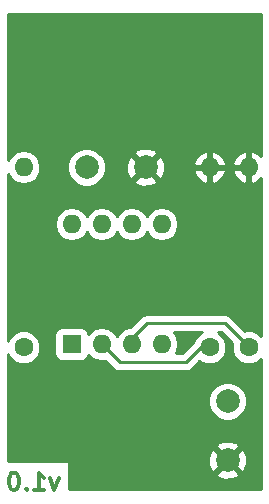
<source format=gbl>
G04 #@! TF.FileFunction,Copper,L2,Bot,Signal*
%FSLAX46Y46*%
G04 Gerber Fmt 4.6, Leading zero omitted, Abs format (unit mm)*
G04 Created by KiCad (PCBNEW 4.0.7) date 06/03/18 15:05:31*
%MOMM*%
%LPD*%
G01*
G04 APERTURE LIST*
%ADD10C,0.100000*%
%ADD11C,0.300000*%
%ADD12R,1.600000X1.600000*%
%ADD13O,1.600000X1.600000*%
%ADD14C,2.000000*%
%ADD15C,1.600000*%
%ADD16C,0.600000*%
%ADD17C,0.250000*%
%ADD18C,0.254000*%
G04 APERTURE END LIST*
D10*
D11*
X148771999Y-126932571D02*
X148414856Y-127932571D01*
X148057714Y-126932571D01*
X146700571Y-127932571D02*
X147557714Y-127932571D01*
X147129142Y-127932571D02*
X147129142Y-126432571D01*
X147271999Y-126646857D01*
X147414857Y-126789714D01*
X147557714Y-126861143D01*
X146057714Y-127789714D02*
X145986286Y-127861143D01*
X146057714Y-127932571D01*
X146129143Y-127861143D01*
X146057714Y-127789714D01*
X146057714Y-127932571D01*
X145057714Y-126432571D02*
X144914857Y-126432571D01*
X144772000Y-126504000D01*
X144700571Y-126575429D01*
X144629142Y-126718286D01*
X144557714Y-127004000D01*
X144557714Y-127361143D01*
X144629142Y-127646857D01*
X144700571Y-127789714D01*
X144772000Y-127861143D01*
X144914857Y-127932571D01*
X145057714Y-127932571D01*
X145200571Y-127861143D01*
X145272000Y-127789714D01*
X145343428Y-127646857D01*
X145414857Y-127361143D01*
X145414857Y-127004000D01*
X145343428Y-126718286D01*
X145272000Y-126575429D01*
X145200571Y-126504000D01*
X145057714Y-126432571D01*
D12*
X149860000Y-115570000D03*
D13*
X157480000Y-105410000D03*
X152400000Y-115570000D03*
X154940000Y-105410000D03*
X154940000Y-115570000D03*
X152400000Y-105410000D03*
X157480000Y-115570000D03*
X149860000Y-105410000D03*
D14*
X151130000Y-100584000D03*
X156130000Y-100584000D03*
X163068000Y-120396000D03*
X163068000Y-125396000D03*
D15*
X161544000Y-115824000D03*
D13*
X161544000Y-100584000D03*
D15*
X164846000Y-115824000D03*
D13*
X164846000Y-100584000D03*
D15*
X145796000Y-115824000D03*
D13*
X145796000Y-100584000D03*
D16*
X159004000Y-122428000D03*
X159512000Y-115316000D03*
X146304000Y-113030000D03*
X150876000Y-120650000D03*
X155448000Y-109728000D03*
D17*
X161544000Y-115824000D02*
X160782000Y-115824000D01*
X160782000Y-115824000D02*
X159512000Y-117094000D01*
X159512000Y-117094000D02*
X153924000Y-117094000D01*
X153924000Y-117094000D02*
X152400000Y-115570000D01*
X164846000Y-115824000D02*
X162814000Y-113792000D01*
X156210000Y-113792000D02*
X154940000Y-115062000D01*
X162814000Y-113792000D02*
X156210000Y-113792000D01*
X154940000Y-115062000D02*
X154940000Y-115570000D01*
D18*
G36*
X165914000Y-99652420D02*
X165583423Y-99352959D01*
X165195039Y-99192096D01*
X164973000Y-99314085D01*
X164973000Y-100457000D01*
X164993000Y-100457000D01*
X164993000Y-100711000D01*
X164973000Y-100711000D01*
X164973000Y-101853915D01*
X165195039Y-101975904D01*
X165583423Y-101815041D01*
X165914000Y-101515580D01*
X165914000Y-114862696D01*
X165659923Y-114608176D01*
X165132691Y-114389250D01*
X164561813Y-114388752D01*
X164507851Y-114411049D01*
X163351401Y-113254599D01*
X163104839Y-113089852D01*
X162814000Y-113032000D01*
X156210000Y-113032000D01*
X155919160Y-113089852D01*
X155672599Y-113254599D01*
X154790592Y-114136606D01*
X154390849Y-114216120D01*
X153925302Y-114527189D01*
X153670000Y-114909275D01*
X153414698Y-114527189D01*
X152949151Y-114216120D01*
X152400000Y-114106887D01*
X151850849Y-114216120D01*
X151385302Y-114527189D01*
X151288899Y-114671465D01*
X151263162Y-114534683D01*
X151124090Y-114318559D01*
X150911890Y-114173569D01*
X150660000Y-114122560D01*
X149060000Y-114122560D01*
X148824683Y-114166838D01*
X148608559Y-114305910D01*
X148463569Y-114518110D01*
X148412560Y-114770000D01*
X148412560Y-116370000D01*
X148456838Y-116605317D01*
X148595910Y-116821441D01*
X148808110Y-116966431D01*
X149060000Y-117017440D01*
X150660000Y-117017440D01*
X150895317Y-116973162D01*
X151111441Y-116834090D01*
X151256431Y-116621890D01*
X151287815Y-116466911D01*
X151385302Y-116612811D01*
X151850849Y-116923880D01*
X152400000Y-117033113D01*
X152723886Y-116968688D01*
X153386599Y-117631401D01*
X153633160Y-117796148D01*
X153681414Y-117805746D01*
X153924000Y-117854000D01*
X159512000Y-117854000D01*
X159802839Y-117796148D01*
X160049401Y-117631401D01*
X160685566Y-116995236D01*
X160730077Y-117039824D01*
X161257309Y-117258750D01*
X161828187Y-117259248D01*
X162355800Y-117041243D01*
X162759824Y-116637923D01*
X162978750Y-116110691D01*
X162979248Y-115539813D01*
X162761243Y-115012200D01*
X162357923Y-114608176D01*
X162222636Y-114552000D01*
X162499198Y-114552000D01*
X163432744Y-115485546D01*
X163411250Y-115537309D01*
X163410752Y-116108187D01*
X163628757Y-116635800D01*
X164032077Y-117039824D01*
X164559309Y-117258750D01*
X165130187Y-117259248D01*
X165657800Y-117041243D01*
X165914000Y-116785489D01*
X165914000Y-127814000D01*
X149621285Y-127814000D01*
X149621285Y-126548532D01*
X162095073Y-126548532D01*
X162193736Y-126815387D01*
X162803461Y-127041908D01*
X163453460Y-127017856D01*
X163942264Y-126815387D01*
X164040927Y-126548532D01*
X163068000Y-125575605D01*
X162095073Y-126548532D01*
X149621285Y-126548532D01*
X149621285Y-125419000D01*
X144474000Y-125419000D01*
X144474000Y-125131461D01*
X161422092Y-125131461D01*
X161446144Y-125781460D01*
X161648613Y-126270264D01*
X161915468Y-126368927D01*
X162888395Y-125396000D01*
X163247605Y-125396000D01*
X164220532Y-126368927D01*
X164487387Y-126270264D01*
X164713908Y-125660539D01*
X164689856Y-125010540D01*
X164487387Y-124521736D01*
X164220532Y-124423073D01*
X163247605Y-125396000D01*
X162888395Y-125396000D01*
X161915468Y-124423073D01*
X161648613Y-124521736D01*
X161422092Y-125131461D01*
X144474000Y-125131461D01*
X144474000Y-124243468D01*
X162095073Y-124243468D01*
X163068000Y-125216395D01*
X164040927Y-124243468D01*
X163942264Y-123976613D01*
X163332539Y-123750092D01*
X162682540Y-123774144D01*
X162193736Y-123976613D01*
X162095073Y-124243468D01*
X144474000Y-124243468D01*
X144474000Y-120719795D01*
X161432716Y-120719795D01*
X161681106Y-121320943D01*
X162140637Y-121781278D01*
X162741352Y-122030716D01*
X163391795Y-122031284D01*
X163992943Y-121782894D01*
X164453278Y-121323363D01*
X164702716Y-120722648D01*
X164703284Y-120072205D01*
X164454894Y-119471057D01*
X163995363Y-119010722D01*
X163394648Y-118761284D01*
X162744205Y-118760716D01*
X162143057Y-119009106D01*
X161682722Y-119468637D01*
X161433284Y-120069352D01*
X161432716Y-120719795D01*
X144474000Y-120719795D01*
X144474000Y-116382268D01*
X144578757Y-116635800D01*
X144982077Y-117039824D01*
X145509309Y-117258750D01*
X146080187Y-117259248D01*
X146607800Y-117041243D01*
X147011824Y-116637923D01*
X147230750Y-116110691D01*
X147231248Y-115539813D01*
X147013243Y-115012200D01*
X146609923Y-114608176D01*
X146082691Y-114389250D01*
X145511813Y-114388752D01*
X144984200Y-114606757D01*
X144580176Y-115010077D01*
X144474000Y-115265777D01*
X144474000Y-105381887D01*
X148425000Y-105381887D01*
X148425000Y-105438113D01*
X148534233Y-105987264D01*
X148845302Y-106452811D01*
X149310849Y-106763880D01*
X149860000Y-106873113D01*
X150409151Y-106763880D01*
X150874698Y-106452811D01*
X151130000Y-106070725D01*
X151385302Y-106452811D01*
X151850849Y-106763880D01*
X152400000Y-106873113D01*
X152949151Y-106763880D01*
X153414698Y-106452811D01*
X153670000Y-106070725D01*
X153925302Y-106452811D01*
X154390849Y-106763880D01*
X154940000Y-106873113D01*
X155489151Y-106763880D01*
X155954698Y-106452811D01*
X156210000Y-106070725D01*
X156465302Y-106452811D01*
X156930849Y-106763880D01*
X157480000Y-106873113D01*
X158029151Y-106763880D01*
X158494698Y-106452811D01*
X158805767Y-105987264D01*
X158915000Y-105438113D01*
X158915000Y-105381887D01*
X158805767Y-104832736D01*
X158494698Y-104367189D01*
X158029151Y-104056120D01*
X157480000Y-103946887D01*
X156930849Y-104056120D01*
X156465302Y-104367189D01*
X156210000Y-104749275D01*
X155954698Y-104367189D01*
X155489151Y-104056120D01*
X154940000Y-103946887D01*
X154390849Y-104056120D01*
X153925302Y-104367189D01*
X153670000Y-104749275D01*
X153414698Y-104367189D01*
X152949151Y-104056120D01*
X152400000Y-103946887D01*
X151850849Y-104056120D01*
X151385302Y-104367189D01*
X151130000Y-104749275D01*
X150874698Y-104367189D01*
X150409151Y-104056120D01*
X149860000Y-103946887D01*
X149310849Y-104056120D01*
X148845302Y-104367189D01*
X148534233Y-104832736D01*
X148425000Y-105381887D01*
X144474000Y-105381887D01*
X144474000Y-101166902D01*
X144781302Y-101626811D01*
X145246849Y-101937880D01*
X145796000Y-102047113D01*
X146345151Y-101937880D01*
X146810698Y-101626811D01*
X147121767Y-101161264D01*
X147172185Y-100907795D01*
X149494716Y-100907795D01*
X149743106Y-101508943D01*
X150202637Y-101969278D01*
X150803352Y-102218716D01*
X151453795Y-102219284D01*
X152054943Y-101970894D01*
X152289715Y-101736532D01*
X155157073Y-101736532D01*
X155255736Y-102003387D01*
X155865461Y-102229908D01*
X156515460Y-102205856D01*
X157004264Y-102003387D01*
X157102927Y-101736532D01*
X156130000Y-100763605D01*
X155157073Y-101736532D01*
X152289715Y-101736532D01*
X152515278Y-101511363D01*
X152764716Y-100910648D01*
X152765232Y-100319461D01*
X154484092Y-100319461D01*
X154508144Y-100969460D01*
X154710613Y-101458264D01*
X154977468Y-101556927D01*
X155950395Y-100584000D01*
X156309605Y-100584000D01*
X157282532Y-101556927D01*
X157549387Y-101458264D01*
X157744514Y-100933041D01*
X160152086Y-100933041D01*
X160391611Y-101439134D01*
X160806577Y-101815041D01*
X161194961Y-101975904D01*
X161417000Y-101853915D01*
X161417000Y-100711000D01*
X161671000Y-100711000D01*
X161671000Y-101853915D01*
X161893039Y-101975904D01*
X162281423Y-101815041D01*
X162696389Y-101439134D01*
X162935914Y-100933041D01*
X163454086Y-100933041D01*
X163693611Y-101439134D01*
X164108577Y-101815041D01*
X164496961Y-101975904D01*
X164719000Y-101853915D01*
X164719000Y-100711000D01*
X163575371Y-100711000D01*
X163454086Y-100933041D01*
X162935914Y-100933041D01*
X162814629Y-100711000D01*
X161671000Y-100711000D01*
X161417000Y-100711000D01*
X160273371Y-100711000D01*
X160152086Y-100933041D01*
X157744514Y-100933041D01*
X157775908Y-100848539D01*
X157753204Y-100234959D01*
X160152086Y-100234959D01*
X160273371Y-100457000D01*
X161417000Y-100457000D01*
X161417000Y-99314085D01*
X161671000Y-99314085D01*
X161671000Y-100457000D01*
X162814629Y-100457000D01*
X162935914Y-100234959D01*
X163454086Y-100234959D01*
X163575371Y-100457000D01*
X164719000Y-100457000D01*
X164719000Y-99314085D01*
X164496961Y-99192096D01*
X164108577Y-99352959D01*
X163693611Y-99728866D01*
X163454086Y-100234959D01*
X162935914Y-100234959D01*
X162696389Y-99728866D01*
X162281423Y-99352959D01*
X161893039Y-99192096D01*
X161671000Y-99314085D01*
X161417000Y-99314085D01*
X161194961Y-99192096D01*
X160806577Y-99352959D01*
X160391611Y-99728866D01*
X160152086Y-100234959D01*
X157753204Y-100234959D01*
X157751856Y-100198540D01*
X157549387Y-99709736D01*
X157282532Y-99611073D01*
X156309605Y-100584000D01*
X155950395Y-100584000D01*
X154977468Y-99611073D01*
X154710613Y-99709736D01*
X154484092Y-100319461D01*
X152765232Y-100319461D01*
X152765284Y-100260205D01*
X152516894Y-99659057D01*
X152289703Y-99431468D01*
X155157073Y-99431468D01*
X156130000Y-100404395D01*
X157102927Y-99431468D01*
X157004264Y-99164613D01*
X156394539Y-98938092D01*
X155744540Y-98962144D01*
X155255736Y-99164613D01*
X155157073Y-99431468D01*
X152289703Y-99431468D01*
X152057363Y-99198722D01*
X151456648Y-98949284D01*
X150806205Y-98948716D01*
X150205057Y-99197106D01*
X149744722Y-99656637D01*
X149495284Y-100257352D01*
X149494716Y-100907795D01*
X147172185Y-100907795D01*
X147231000Y-100612113D01*
X147231000Y-100555887D01*
X147121767Y-100006736D01*
X146810698Y-99541189D01*
X146345151Y-99230120D01*
X145796000Y-99120887D01*
X145246849Y-99230120D01*
X144781302Y-99541189D01*
X144474000Y-100001098D01*
X144474000Y-87578000D01*
X165914000Y-87578000D01*
X165914000Y-99652420D01*
X165914000Y-99652420D01*
G37*
X165914000Y-99652420D02*
X165583423Y-99352959D01*
X165195039Y-99192096D01*
X164973000Y-99314085D01*
X164973000Y-100457000D01*
X164993000Y-100457000D01*
X164993000Y-100711000D01*
X164973000Y-100711000D01*
X164973000Y-101853915D01*
X165195039Y-101975904D01*
X165583423Y-101815041D01*
X165914000Y-101515580D01*
X165914000Y-114862696D01*
X165659923Y-114608176D01*
X165132691Y-114389250D01*
X164561813Y-114388752D01*
X164507851Y-114411049D01*
X163351401Y-113254599D01*
X163104839Y-113089852D01*
X162814000Y-113032000D01*
X156210000Y-113032000D01*
X155919160Y-113089852D01*
X155672599Y-113254599D01*
X154790592Y-114136606D01*
X154390849Y-114216120D01*
X153925302Y-114527189D01*
X153670000Y-114909275D01*
X153414698Y-114527189D01*
X152949151Y-114216120D01*
X152400000Y-114106887D01*
X151850849Y-114216120D01*
X151385302Y-114527189D01*
X151288899Y-114671465D01*
X151263162Y-114534683D01*
X151124090Y-114318559D01*
X150911890Y-114173569D01*
X150660000Y-114122560D01*
X149060000Y-114122560D01*
X148824683Y-114166838D01*
X148608559Y-114305910D01*
X148463569Y-114518110D01*
X148412560Y-114770000D01*
X148412560Y-116370000D01*
X148456838Y-116605317D01*
X148595910Y-116821441D01*
X148808110Y-116966431D01*
X149060000Y-117017440D01*
X150660000Y-117017440D01*
X150895317Y-116973162D01*
X151111441Y-116834090D01*
X151256431Y-116621890D01*
X151287815Y-116466911D01*
X151385302Y-116612811D01*
X151850849Y-116923880D01*
X152400000Y-117033113D01*
X152723886Y-116968688D01*
X153386599Y-117631401D01*
X153633160Y-117796148D01*
X153681414Y-117805746D01*
X153924000Y-117854000D01*
X159512000Y-117854000D01*
X159802839Y-117796148D01*
X160049401Y-117631401D01*
X160685566Y-116995236D01*
X160730077Y-117039824D01*
X161257309Y-117258750D01*
X161828187Y-117259248D01*
X162355800Y-117041243D01*
X162759824Y-116637923D01*
X162978750Y-116110691D01*
X162979248Y-115539813D01*
X162761243Y-115012200D01*
X162357923Y-114608176D01*
X162222636Y-114552000D01*
X162499198Y-114552000D01*
X163432744Y-115485546D01*
X163411250Y-115537309D01*
X163410752Y-116108187D01*
X163628757Y-116635800D01*
X164032077Y-117039824D01*
X164559309Y-117258750D01*
X165130187Y-117259248D01*
X165657800Y-117041243D01*
X165914000Y-116785489D01*
X165914000Y-127814000D01*
X149621285Y-127814000D01*
X149621285Y-126548532D01*
X162095073Y-126548532D01*
X162193736Y-126815387D01*
X162803461Y-127041908D01*
X163453460Y-127017856D01*
X163942264Y-126815387D01*
X164040927Y-126548532D01*
X163068000Y-125575605D01*
X162095073Y-126548532D01*
X149621285Y-126548532D01*
X149621285Y-125419000D01*
X144474000Y-125419000D01*
X144474000Y-125131461D01*
X161422092Y-125131461D01*
X161446144Y-125781460D01*
X161648613Y-126270264D01*
X161915468Y-126368927D01*
X162888395Y-125396000D01*
X163247605Y-125396000D01*
X164220532Y-126368927D01*
X164487387Y-126270264D01*
X164713908Y-125660539D01*
X164689856Y-125010540D01*
X164487387Y-124521736D01*
X164220532Y-124423073D01*
X163247605Y-125396000D01*
X162888395Y-125396000D01*
X161915468Y-124423073D01*
X161648613Y-124521736D01*
X161422092Y-125131461D01*
X144474000Y-125131461D01*
X144474000Y-124243468D01*
X162095073Y-124243468D01*
X163068000Y-125216395D01*
X164040927Y-124243468D01*
X163942264Y-123976613D01*
X163332539Y-123750092D01*
X162682540Y-123774144D01*
X162193736Y-123976613D01*
X162095073Y-124243468D01*
X144474000Y-124243468D01*
X144474000Y-120719795D01*
X161432716Y-120719795D01*
X161681106Y-121320943D01*
X162140637Y-121781278D01*
X162741352Y-122030716D01*
X163391795Y-122031284D01*
X163992943Y-121782894D01*
X164453278Y-121323363D01*
X164702716Y-120722648D01*
X164703284Y-120072205D01*
X164454894Y-119471057D01*
X163995363Y-119010722D01*
X163394648Y-118761284D01*
X162744205Y-118760716D01*
X162143057Y-119009106D01*
X161682722Y-119468637D01*
X161433284Y-120069352D01*
X161432716Y-120719795D01*
X144474000Y-120719795D01*
X144474000Y-116382268D01*
X144578757Y-116635800D01*
X144982077Y-117039824D01*
X145509309Y-117258750D01*
X146080187Y-117259248D01*
X146607800Y-117041243D01*
X147011824Y-116637923D01*
X147230750Y-116110691D01*
X147231248Y-115539813D01*
X147013243Y-115012200D01*
X146609923Y-114608176D01*
X146082691Y-114389250D01*
X145511813Y-114388752D01*
X144984200Y-114606757D01*
X144580176Y-115010077D01*
X144474000Y-115265777D01*
X144474000Y-105381887D01*
X148425000Y-105381887D01*
X148425000Y-105438113D01*
X148534233Y-105987264D01*
X148845302Y-106452811D01*
X149310849Y-106763880D01*
X149860000Y-106873113D01*
X150409151Y-106763880D01*
X150874698Y-106452811D01*
X151130000Y-106070725D01*
X151385302Y-106452811D01*
X151850849Y-106763880D01*
X152400000Y-106873113D01*
X152949151Y-106763880D01*
X153414698Y-106452811D01*
X153670000Y-106070725D01*
X153925302Y-106452811D01*
X154390849Y-106763880D01*
X154940000Y-106873113D01*
X155489151Y-106763880D01*
X155954698Y-106452811D01*
X156210000Y-106070725D01*
X156465302Y-106452811D01*
X156930849Y-106763880D01*
X157480000Y-106873113D01*
X158029151Y-106763880D01*
X158494698Y-106452811D01*
X158805767Y-105987264D01*
X158915000Y-105438113D01*
X158915000Y-105381887D01*
X158805767Y-104832736D01*
X158494698Y-104367189D01*
X158029151Y-104056120D01*
X157480000Y-103946887D01*
X156930849Y-104056120D01*
X156465302Y-104367189D01*
X156210000Y-104749275D01*
X155954698Y-104367189D01*
X155489151Y-104056120D01*
X154940000Y-103946887D01*
X154390849Y-104056120D01*
X153925302Y-104367189D01*
X153670000Y-104749275D01*
X153414698Y-104367189D01*
X152949151Y-104056120D01*
X152400000Y-103946887D01*
X151850849Y-104056120D01*
X151385302Y-104367189D01*
X151130000Y-104749275D01*
X150874698Y-104367189D01*
X150409151Y-104056120D01*
X149860000Y-103946887D01*
X149310849Y-104056120D01*
X148845302Y-104367189D01*
X148534233Y-104832736D01*
X148425000Y-105381887D01*
X144474000Y-105381887D01*
X144474000Y-101166902D01*
X144781302Y-101626811D01*
X145246849Y-101937880D01*
X145796000Y-102047113D01*
X146345151Y-101937880D01*
X146810698Y-101626811D01*
X147121767Y-101161264D01*
X147172185Y-100907795D01*
X149494716Y-100907795D01*
X149743106Y-101508943D01*
X150202637Y-101969278D01*
X150803352Y-102218716D01*
X151453795Y-102219284D01*
X152054943Y-101970894D01*
X152289715Y-101736532D01*
X155157073Y-101736532D01*
X155255736Y-102003387D01*
X155865461Y-102229908D01*
X156515460Y-102205856D01*
X157004264Y-102003387D01*
X157102927Y-101736532D01*
X156130000Y-100763605D01*
X155157073Y-101736532D01*
X152289715Y-101736532D01*
X152515278Y-101511363D01*
X152764716Y-100910648D01*
X152765232Y-100319461D01*
X154484092Y-100319461D01*
X154508144Y-100969460D01*
X154710613Y-101458264D01*
X154977468Y-101556927D01*
X155950395Y-100584000D01*
X156309605Y-100584000D01*
X157282532Y-101556927D01*
X157549387Y-101458264D01*
X157744514Y-100933041D01*
X160152086Y-100933041D01*
X160391611Y-101439134D01*
X160806577Y-101815041D01*
X161194961Y-101975904D01*
X161417000Y-101853915D01*
X161417000Y-100711000D01*
X161671000Y-100711000D01*
X161671000Y-101853915D01*
X161893039Y-101975904D01*
X162281423Y-101815041D01*
X162696389Y-101439134D01*
X162935914Y-100933041D01*
X163454086Y-100933041D01*
X163693611Y-101439134D01*
X164108577Y-101815041D01*
X164496961Y-101975904D01*
X164719000Y-101853915D01*
X164719000Y-100711000D01*
X163575371Y-100711000D01*
X163454086Y-100933041D01*
X162935914Y-100933041D01*
X162814629Y-100711000D01*
X161671000Y-100711000D01*
X161417000Y-100711000D01*
X160273371Y-100711000D01*
X160152086Y-100933041D01*
X157744514Y-100933041D01*
X157775908Y-100848539D01*
X157753204Y-100234959D01*
X160152086Y-100234959D01*
X160273371Y-100457000D01*
X161417000Y-100457000D01*
X161417000Y-99314085D01*
X161671000Y-99314085D01*
X161671000Y-100457000D01*
X162814629Y-100457000D01*
X162935914Y-100234959D01*
X163454086Y-100234959D01*
X163575371Y-100457000D01*
X164719000Y-100457000D01*
X164719000Y-99314085D01*
X164496961Y-99192096D01*
X164108577Y-99352959D01*
X163693611Y-99728866D01*
X163454086Y-100234959D01*
X162935914Y-100234959D01*
X162696389Y-99728866D01*
X162281423Y-99352959D01*
X161893039Y-99192096D01*
X161671000Y-99314085D01*
X161417000Y-99314085D01*
X161194961Y-99192096D01*
X160806577Y-99352959D01*
X160391611Y-99728866D01*
X160152086Y-100234959D01*
X157753204Y-100234959D01*
X157751856Y-100198540D01*
X157549387Y-99709736D01*
X157282532Y-99611073D01*
X156309605Y-100584000D01*
X155950395Y-100584000D01*
X154977468Y-99611073D01*
X154710613Y-99709736D01*
X154484092Y-100319461D01*
X152765232Y-100319461D01*
X152765284Y-100260205D01*
X152516894Y-99659057D01*
X152289703Y-99431468D01*
X155157073Y-99431468D01*
X156130000Y-100404395D01*
X157102927Y-99431468D01*
X157004264Y-99164613D01*
X156394539Y-98938092D01*
X155744540Y-98962144D01*
X155255736Y-99164613D01*
X155157073Y-99431468D01*
X152289703Y-99431468D01*
X152057363Y-99198722D01*
X151456648Y-98949284D01*
X150806205Y-98948716D01*
X150205057Y-99197106D01*
X149744722Y-99656637D01*
X149495284Y-100257352D01*
X149494716Y-100907795D01*
X147172185Y-100907795D01*
X147231000Y-100612113D01*
X147231000Y-100555887D01*
X147121767Y-100006736D01*
X146810698Y-99541189D01*
X146345151Y-99230120D01*
X145796000Y-99120887D01*
X145246849Y-99230120D01*
X144781302Y-99541189D01*
X144474000Y-100001098D01*
X144474000Y-87578000D01*
X165914000Y-87578000D01*
X165914000Y-99652420D01*
G36*
X160732200Y-114606757D02*
X160328176Y-115010077D01*
X160191167Y-115340031D01*
X159197198Y-116334000D01*
X158680994Y-116334000D01*
X158805767Y-116147264D01*
X158915000Y-115598113D01*
X158915000Y-115541887D01*
X158805767Y-114992736D01*
X158511276Y-114552000D01*
X160864722Y-114552000D01*
X160732200Y-114606757D01*
X160732200Y-114606757D01*
G37*
X160732200Y-114606757D02*
X160328176Y-115010077D01*
X160191167Y-115340031D01*
X159197198Y-116334000D01*
X158680994Y-116334000D01*
X158805767Y-116147264D01*
X158915000Y-115598113D01*
X158915000Y-115541887D01*
X158805767Y-114992736D01*
X158511276Y-114552000D01*
X160864722Y-114552000D01*
X160732200Y-114606757D01*
M02*

</source>
